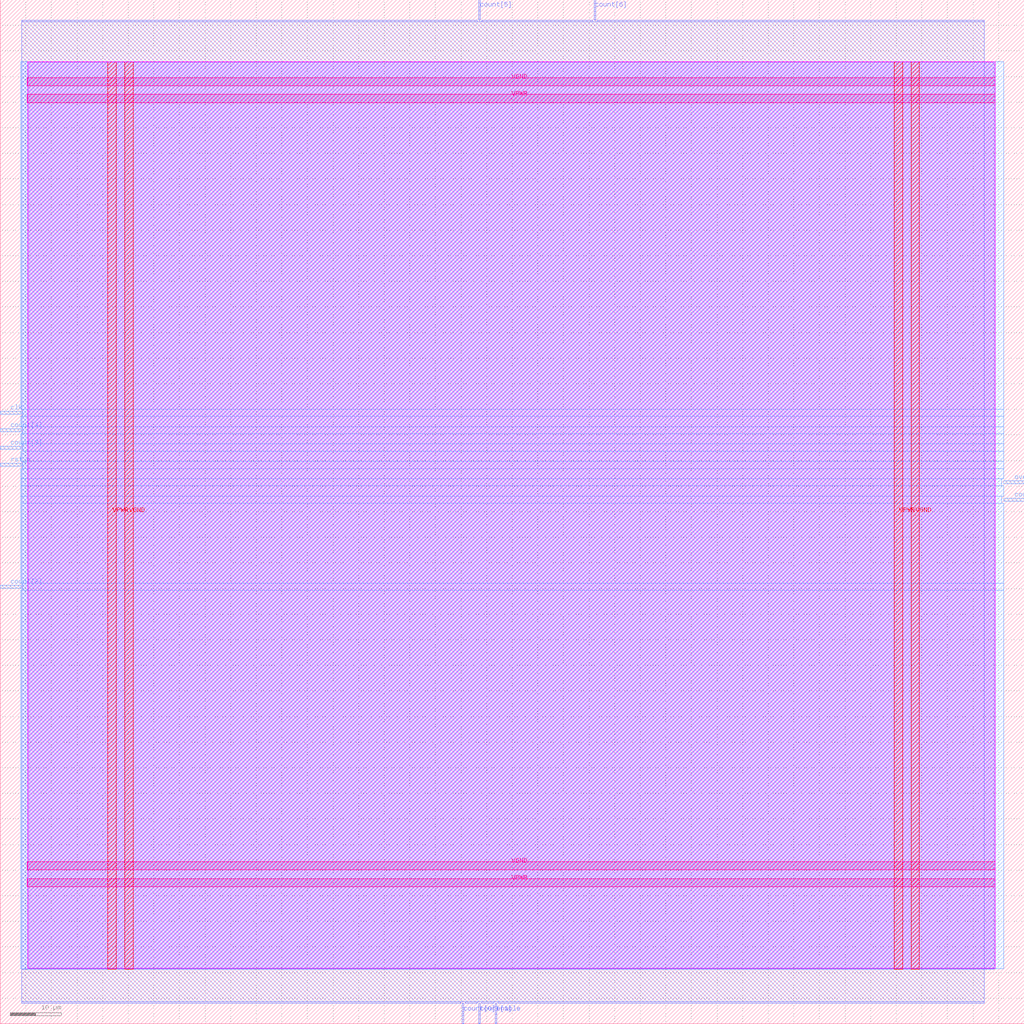
<source format=lef>
VERSION 5.7 ;
  NOWIREEXTENSIONATPIN ON ;
  DIVIDERCHAR "/" ;
  BUSBITCHARS "[]" ;
MACRO counter
  CLASS BLOCK ;
  FOREIGN counter ;
  ORIGIN 0.000 0.000 ;
  SIZE 200.000 BY 200.000 ;
  PIN VGND
    DIRECTION INOUT ;
    USE GROUND ;
    PORT
      LAYER met4 ;
        RECT 24.340 10.640 25.940 187.920 ;
    END
    PORT
      LAYER met4 ;
        RECT 177.940 10.640 179.540 187.920 ;
    END
    PORT
      LAYER met5 ;
        RECT 5.280 30.030 194.360 31.630 ;
    END
    PORT
      LAYER met5 ;
        RECT 5.280 183.210 194.360 184.810 ;
    END
  END VGND
  PIN VPWR
    DIRECTION INOUT ;
    USE POWER ;
    PORT
      LAYER met4 ;
        RECT 21.040 10.640 22.640 187.920 ;
    END
    PORT
      LAYER met4 ;
        RECT 174.640 10.640 176.240 187.920 ;
    END
    PORT
      LAYER met5 ;
        RECT 5.280 26.730 194.360 28.330 ;
    END
    PORT
      LAYER met5 ;
        RECT 5.280 179.910 194.360 181.510 ;
    END
  END VPWR
  PIN clk
    DIRECTION INPUT ;
    USE SIGNAL ;
    ANTENNAGATEAREA 0.852000 ;
    PORT
      LAYER met3 ;
        RECT 0.000 119.040 4.000 119.640 ;
    END
  END clk
  PIN count[0]
    DIRECTION OUTPUT ;
    USE SIGNAL ;
    ANTENNADIFFAREA 0.445500 ;
    PORT
      LAYER met2 ;
        RECT 90.250 0.000 90.530 4.000 ;
    END
  END count[0]
  PIN count[1]
    DIRECTION OUTPUT ;
    USE SIGNAL ;
    ANTENNADIFFAREA 0.445500 ;
    PORT
      LAYER met2 ;
        RECT 93.470 0.000 93.750 4.000 ;
    END
  END count[1]
  PIN count[2]
    DIRECTION OUTPUT ;
    USE SIGNAL ;
    ANTENNADIFFAREA 0.445500 ;
    PORT
      LAYER met3 ;
        RECT 0.000 85.040 4.000 85.640 ;
    END
  END count[2]
  PIN count[3]
    DIRECTION OUTPUT ;
    USE SIGNAL ;
    ANTENNADIFFAREA 0.445500 ;
    PORT
      LAYER met3 ;
        RECT 0.000 112.240 4.000 112.840 ;
    END
  END count[3]
  PIN count[4]
    DIRECTION OUTPUT ;
    USE SIGNAL ;
    ANTENNADIFFAREA 0.445500 ;
    PORT
      LAYER met3 ;
        RECT 0.000 115.640 4.000 116.240 ;
    END
  END count[4]
  PIN count[5]
    DIRECTION OUTPUT ;
    USE SIGNAL ;
    ANTENNADIFFAREA 0.445500 ;
    PORT
      LAYER met2 ;
        RECT 93.470 196.000 93.750 200.000 ;
    END
  END count[5]
  PIN count[6]
    DIRECTION OUTPUT ;
    USE SIGNAL ;
    ANTENNADIFFAREA 0.445500 ;
    PORT
      LAYER met2 ;
        RECT 116.010 196.000 116.290 200.000 ;
    END
  END count[6]
  PIN count[7]
    DIRECTION OUTPUT ;
    USE SIGNAL ;
    ANTENNADIFFAREA 0.445500 ;
    PORT
      LAYER met3 ;
        RECT 196.000 102.040 200.000 102.640 ;
    END
  END count[7]
  PIN enable
    DIRECTION INPUT ;
    USE SIGNAL ;
    ANTENNAGATEAREA 0.213000 ;
    PORT
      LAYER met2 ;
        RECT 96.690 0.000 96.970 4.000 ;
    END
  END enable
  PIN overflow
    DIRECTION OUTPUT ;
    USE SIGNAL ;
    ANTENNADIFFAREA 0.445500 ;
    PORT
      LAYER met3 ;
        RECT 196.000 105.440 200.000 106.040 ;
    END
  END overflow
  PIN rst_n
    DIRECTION INPUT ;
    USE SIGNAL ;
    ANTENNAGATEAREA 0.213000 ;
    PORT
      LAYER met3 ;
        RECT 0.000 108.840 4.000 109.440 ;
    END
  END rst_n
  OBS
      LAYER nwell ;
        RECT 5.330 10.795 194.310 187.870 ;
      LAYER li1 ;
        RECT 5.520 10.795 194.120 187.765 ;
      LAYER met1 ;
        RECT 4.210 10.640 194.120 187.920 ;
      LAYER met2 ;
        RECT 4.230 195.720 93.190 196.000 ;
        RECT 94.030 195.720 115.730 196.000 ;
        RECT 116.570 195.720 192.190 196.000 ;
        RECT 4.230 4.280 192.190 195.720 ;
        RECT 4.230 4.000 89.970 4.280 ;
        RECT 90.810 4.000 93.190 4.280 ;
        RECT 94.030 4.000 96.410 4.280 ;
        RECT 97.250 4.000 192.190 4.280 ;
      LAYER met3 ;
        RECT 3.990 120.040 196.000 187.845 ;
        RECT 4.400 118.640 196.000 120.040 ;
        RECT 3.990 116.640 196.000 118.640 ;
        RECT 4.400 115.240 196.000 116.640 ;
        RECT 3.990 113.240 196.000 115.240 ;
        RECT 4.400 111.840 196.000 113.240 ;
        RECT 3.990 109.840 196.000 111.840 ;
        RECT 4.400 108.440 196.000 109.840 ;
        RECT 3.990 106.440 196.000 108.440 ;
        RECT 3.990 105.040 195.600 106.440 ;
        RECT 3.990 103.040 196.000 105.040 ;
        RECT 3.990 101.640 195.600 103.040 ;
        RECT 3.990 86.040 196.000 101.640 ;
        RECT 4.400 84.640 196.000 86.040 ;
        RECT 3.990 10.715 196.000 84.640 ;
  END
END counter
END LIBRARY


</source>
